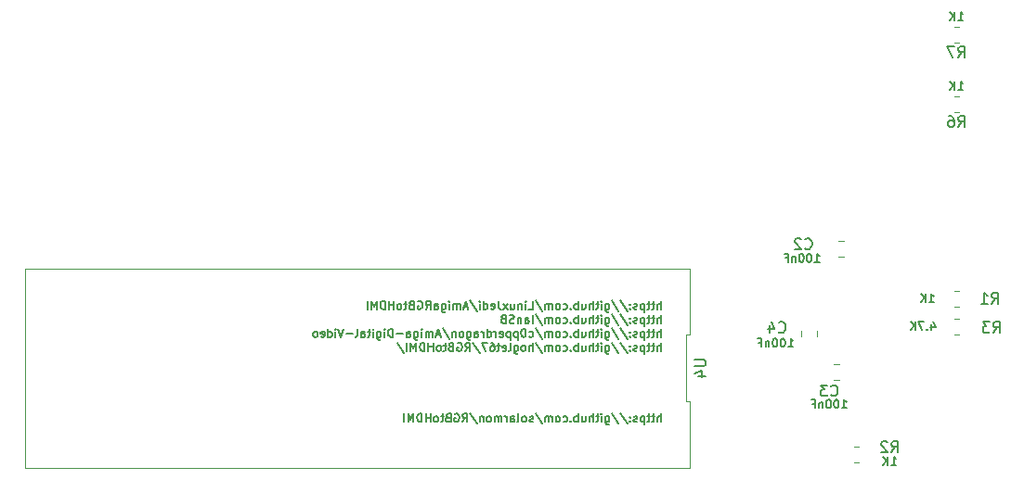
<source format=gbr>
%TF.GenerationSoftware,KiCad,Pcbnew,(5.1.9)-1*%
%TF.CreationDate,2021-05-22T07:09:12+01:00*%
%TF.ProjectId,RGBtoHDMI Amiga Denise DIP CPLD,52474274-6f48-4444-9d49-20416d696761,rev?*%
%TF.SameCoordinates,Original*%
%TF.FileFunction,Legend,Bot*%
%TF.FilePolarity,Positive*%
%FSLAX46Y46*%
G04 Gerber Fmt 4.6, Leading zero omitted, Abs format (unit mm)*
G04 Created by KiCad (PCBNEW (5.1.9)-1) date 2021-05-22 07:09:12*
%MOMM*%
%LPD*%
G01*
G04 APERTURE LIST*
%ADD10C,0.150000*%
%ADD11C,0.120000*%
G04 APERTURE END LIST*
D10*
X137772928Y-103971285D02*
X137772928Y-103221285D01*
X137451500Y-103971285D02*
X137451500Y-103578428D01*
X137487214Y-103507000D01*
X137558642Y-103471285D01*
X137665785Y-103471285D01*
X137737214Y-103507000D01*
X137772928Y-103542714D01*
X137201500Y-103471285D02*
X136915785Y-103471285D01*
X137094357Y-103221285D02*
X137094357Y-103864142D01*
X137058642Y-103935571D01*
X136987214Y-103971285D01*
X136915785Y-103971285D01*
X136772928Y-103471285D02*
X136487214Y-103471285D01*
X136665785Y-103221285D02*
X136665785Y-103864142D01*
X136630071Y-103935571D01*
X136558642Y-103971285D01*
X136487214Y-103971285D01*
X136237214Y-103471285D02*
X136237214Y-104221285D01*
X136237214Y-103507000D02*
X136165785Y-103471285D01*
X136022928Y-103471285D01*
X135951500Y-103507000D01*
X135915785Y-103542714D01*
X135880071Y-103614142D01*
X135880071Y-103828428D01*
X135915785Y-103899857D01*
X135951500Y-103935571D01*
X136022928Y-103971285D01*
X136165785Y-103971285D01*
X136237214Y-103935571D01*
X135594357Y-103935571D02*
X135522928Y-103971285D01*
X135380071Y-103971285D01*
X135308642Y-103935571D01*
X135272928Y-103864142D01*
X135272928Y-103828428D01*
X135308642Y-103757000D01*
X135380071Y-103721285D01*
X135487214Y-103721285D01*
X135558642Y-103685571D01*
X135594357Y-103614142D01*
X135594357Y-103578428D01*
X135558642Y-103507000D01*
X135487214Y-103471285D01*
X135380071Y-103471285D01*
X135308642Y-103507000D01*
X134951500Y-103899857D02*
X134915785Y-103935571D01*
X134951500Y-103971285D01*
X134987214Y-103935571D01*
X134951500Y-103899857D01*
X134951500Y-103971285D01*
X134951500Y-103507000D02*
X134915785Y-103542714D01*
X134951500Y-103578428D01*
X134987214Y-103542714D01*
X134951500Y-103507000D01*
X134951500Y-103578428D01*
X134058642Y-103185571D02*
X134701500Y-104149857D01*
X133272928Y-103185571D02*
X133915785Y-104149857D01*
X132701500Y-103471285D02*
X132701500Y-104078428D01*
X132737214Y-104149857D01*
X132772928Y-104185571D01*
X132844357Y-104221285D01*
X132951500Y-104221285D01*
X133022928Y-104185571D01*
X132701500Y-103935571D02*
X132772928Y-103971285D01*
X132915785Y-103971285D01*
X132987214Y-103935571D01*
X133022928Y-103899857D01*
X133058642Y-103828428D01*
X133058642Y-103614142D01*
X133022928Y-103542714D01*
X132987214Y-103507000D01*
X132915785Y-103471285D01*
X132772928Y-103471285D01*
X132701500Y-103507000D01*
X132344357Y-103971285D02*
X132344357Y-103471285D01*
X132344357Y-103221285D02*
X132380071Y-103257000D01*
X132344357Y-103292714D01*
X132308642Y-103257000D01*
X132344357Y-103221285D01*
X132344357Y-103292714D01*
X132094357Y-103471285D02*
X131808642Y-103471285D01*
X131987214Y-103221285D02*
X131987214Y-103864142D01*
X131951500Y-103935571D01*
X131880071Y-103971285D01*
X131808642Y-103971285D01*
X131558642Y-103971285D02*
X131558642Y-103221285D01*
X131237214Y-103971285D02*
X131237214Y-103578428D01*
X131272928Y-103507000D01*
X131344357Y-103471285D01*
X131451500Y-103471285D01*
X131522928Y-103507000D01*
X131558642Y-103542714D01*
X130558642Y-103471285D02*
X130558642Y-103971285D01*
X130880071Y-103471285D02*
X130880071Y-103864142D01*
X130844357Y-103935571D01*
X130772928Y-103971285D01*
X130665785Y-103971285D01*
X130594357Y-103935571D01*
X130558642Y-103899857D01*
X130201500Y-103971285D02*
X130201500Y-103221285D01*
X130201500Y-103507000D02*
X130130071Y-103471285D01*
X129987214Y-103471285D01*
X129915785Y-103507000D01*
X129880071Y-103542714D01*
X129844357Y-103614142D01*
X129844357Y-103828428D01*
X129880071Y-103899857D01*
X129915785Y-103935571D01*
X129987214Y-103971285D01*
X130130071Y-103971285D01*
X130201500Y-103935571D01*
X129522928Y-103899857D02*
X129487214Y-103935571D01*
X129522928Y-103971285D01*
X129558642Y-103935571D01*
X129522928Y-103899857D01*
X129522928Y-103971285D01*
X128844357Y-103935571D02*
X128915785Y-103971285D01*
X129058642Y-103971285D01*
X129130071Y-103935571D01*
X129165785Y-103899857D01*
X129201500Y-103828428D01*
X129201500Y-103614142D01*
X129165785Y-103542714D01*
X129130071Y-103507000D01*
X129058642Y-103471285D01*
X128915785Y-103471285D01*
X128844357Y-103507000D01*
X128415785Y-103971285D02*
X128487214Y-103935571D01*
X128522928Y-103899857D01*
X128558642Y-103828428D01*
X128558642Y-103614142D01*
X128522928Y-103542714D01*
X128487214Y-103507000D01*
X128415785Y-103471285D01*
X128308642Y-103471285D01*
X128237214Y-103507000D01*
X128201500Y-103542714D01*
X128165785Y-103614142D01*
X128165785Y-103828428D01*
X128201500Y-103899857D01*
X128237214Y-103935571D01*
X128308642Y-103971285D01*
X128415785Y-103971285D01*
X127844357Y-103971285D02*
X127844357Y-103471285D01*
X127844357Y-103542714D02*
X127808642Y-103507000D01*
X127737214Y-103471285D01*
X127630071Y-103471285D01*
X127558642Y-103507000D01*
X127522928Y-103578428D01*
X127522928Y-103971285D01*
X127522928Y-103578428D02*
X127487214Y-103507000D01*
X127415785Y-103471285D01*
X127308642Y-103471285D01*
X127237214Y-103507000D01*
X127201500Y-103578428D01*
X127201500Y-103971285D01*
X126308642Y-103185571D02*
X126951500Y-104149857D01*
X126094357Y-103935571D02*
X126022928Y-103971285D01*
X125880071Y-103971285D01*
X125808642Y-103935571D01*
X125772928Y-103864142D01*
X125772928Y-103828428D01*
X125808642Y-103757000D01*
X125880071Y-103721285D01*
X125987214Y-103721285D01*
X126058642Y-103685571D01*
X126094357Y-103614142D01*
X126094357Y-103578428D01*
X126058642Y-103507000D01*
X125987214Y-103471285D01*
X125880071Y-103471285D01*
X125808642Y-103507000D01*
X125344357Y-103971285D02*
X125415785Y-103935571D01*
X125451500Y-103899857D01*
X125487214Y-103828428D01*
X125487214Y-103614142D01*
X125451500Y-103542714D01*
X125415785Y-103507000D01*
X125344357Y-103471285D01*
X125237214Y-103471285D01*
X125165785Y-103507000D01*
X125130071Y-103542714D01*
X125094357Y-103614142D01*
X125094357Y-103828428D01*
X125130071Y-103899857D01*
X125165785Y-103935571D01*
X125237214Y-103971285D01*
X125344357Y-103971285D01*
X124665785Y-103971285D02*
X124737214Y-103935571D01*
X124772928Y-103864142D01*
X124772928Y-103221285D01*
X124058642Y-103971285D02*
X124058642Y-103578428D01*
X124094357Y-103507000D01*
X124165785Y-103471285D01*
X124308642Y-103471285D01*
X124380071Y-103507000D01*
X124058642Y-103935571D02*
X124130071Y-103971285D01*
X124308642Y-103971285D01*
X124380071Y-103935571D01*
X124415785Y-103864142D01*
X124415785Y-103792714D01*
X124380071Y-103721285D01*
X124308642Y-103685571D01*
X124130071Y-103685571D01*
X124058642Y-103649857D01*
X123701499Y-103971285D02*
X123701499Y-103471285D01*
X123701499Y-103614142D02*
X123665785Y-103542714D01*
X123630071Y-103507000D01*
X123558642Y-103471285D01*
X123487214Y-103471285D01*
X123237214Y-103971285D02*
X123237214Y-103471285D01*
X123237214Y-103542714D02*
X123201499Y-103507000D01*
X123130071Y-103471285D01*
X123022928Y-103471285D01*
X122951499Y-103507000D01*
X122915785Y-103578428D01*
X122915785Y-103971285D01*
X122915785Y-103578428D02*
X122880071Y-103507000D01*
X122808642Y-103471285D01*
X122701499Y-103471285D01*
X122630071Y-103507000D01*
X122594357Y-103578428D01*
X122594357Y-103971285D01*
X122130071Y-103971285D02*
X122201499Y-103935571D01*
X122237214Y-103899857D01*
X122272928Y-103828428D01*
X122272928Y-103614142D01*
X122237214Y-103542714D01*
X122201499Y-103507000D01*
X122130071Y-103471285D01*
X122022928Y-103471285D01*
X121951499Y-103507000D01*
X121915785Y-103542714D01*
X121880071Y-103614142D01*
X121880071Y-103828428D01*
X121915785Y-103899857D01*
X121951499Y-103935571D01*
X122022928Y-103971285D01*
X122130071Y-103971285D01*
X121558642Y-103471285D02*
X121558642Y-103971285D01*
X121558642Y-103542714D02*
X121522928Y-103507000D01*
X121451499Y-103471285D01*
X121344357Y-103471285D01*
X121272928Y-103507000D01*
X121237214Y-103578428D01*
X121237214Y-103971285D01*
X120344357Y-103185571D02*
X120987214Y-104149857D01*
X119665785Y-103971285D02*
X119915785Y-103614142D01*
X120094357Y-103971285D02*
X120094357Y-103221285D01*
X119808642Y-103221285D01*
X119737214Y-103257000D01*
X119701500Y-103292714D01*
X119665785Y-103364142D01*
X119665785Y-103471285D01*
X119701500Y-103542714D01*
X119737214Y-103578428D01*
X119808642Y-103614142D01*
X120094357Y-103614142D01*
X118951500Y-103257000D02*
X119022928Y-103221285D01*
X119130071Y-103221285D01*
X119237214Y-103257000D01*
X119308642Y-103328428D01*
X119344357Y-103399857D01*
X119380071Y-103542714D01*
X119380071Y-103649857D01*
X119344357Y-103792714D01*
X119308642Y-103864142D01*
X119237214Y-103935571D01*
X119130071Y-103971285D01*
X119058642Y-103971285D01*
X118951500Y-103935571D01*
X118915785Y-103899857D01*
X118915785Y-103649857D01*
X119058642Y-103649857D01*
X118344357Y-103578428D02*
X118237214Y-103614142D01*
X118201499Y-103649857D01*
X118165785Y-103721285D01*
X118165785Y-103828428D01*
X118201499Y-103899857D01*
X118237214Y-103935571D01*
X118308642Y-103971285D01*
X118594357Y-103971285D01*
X118594357Y-103221285D01*
X118344357Y-103221285D01*
X118272928Y-103257000D01*
X118237214Y-103292714D01*
X118201499Y-103364142D01*
X118201499Y-103435571D01*
X118237214Y-103507000D01*
X118272928Y-103542714D01*
X118344357Y-103578428D01*
X118594357Y-103578428D01*
X117951499Y-103471285D02*
X117665785Y-103471285D01*
X117844357Y-103221285D02*
X117844357Y-103864142D01*
X117808642Y-103935571D01*
X117737214Y-103971285D01*
X117665785Y-103971285D01*
X117308642Y-103971285D02*
X117380071Y-103935571D01*
X117415785Y-103899857D01*
X117451499Y-103828428D01*
X117451499Y-103614142D01*
X117415785Y-103542714D01*
X117380071Y-103507000D01*
X117308642Y-103471285D01*
X117201499Y-103471285D01*
X117130071Y-103507000D01*
X117094357Y-103542714D01*
X117058642Y-103614142D01*
X117058642Y-103828428D01*
X117094357Y-103899857D01*
X117130071Y-103935571D01*
X117201499Y-103971285D01*
X117308642Y-103971285D01*
X116737214Y-103971285D02*
X116737214Y-103221285D01*
X116737214Y-103578428D02*
X116308642Y-103578428D01*
X116308642Y-103971285D02*
X116308642Y-103221285D01*
X115951499Y-103971285D02*
X115951499Y-103221285D01*
X115772928Y-103221285D01*
X115665785Y-103257000D01*
X115594357Y-103328428D01*
X115558642Y-103399857D01*
X115522928Y-103542714D01*
X115522928Y-103649857D01*
X115558642Y-103792714D01*
X115594357Y-103864142D01*
X115665785Y-103935571D01*
X115772928Y-103971285D01*
X115951499Y-103971285D01*
X115201499Y-103971285D02*
X115201499Y-103221285D01*
X114951499Y-103757000D01*
X114701499Y-103221285D01*
X114701499Y-103971285D01*
X114344357Y-103971285D02*
X114344357Y-103221285D01*
X137772928Y-93676785D02*
X137772928Y-92926785D01*
X137451500Y-93676785D02*
X137451500Y-93283928D01*
X137487214Y-93212500D01*
X137558642Y-93176785D01*
X137665785Y-93176785D01*
X137737214Y-93212500D01*
X137772928Y-93248214D01*
X137201500Y-93176785D02*
X136915785Y-93176785D01*
X137094357Y-92926785D02*
X137094357Y-93569642D01*
X137058642Y-93641071D01*
X136987214Y-93676785D01*
X136915785Y-93676785D01*
X136772928Y-93176785D02*
X136487214Y-93176785D01*
X136665785Y-92926785D02*
X136665785Y-93569642D01*
X136630071Y-93641071D01*
X136558642Y-93676785D01*
X136487214Y-93676785D01*
X136237214Y-93176785D02*
X136237214Y-93926785D01*
X136237214Y-93212500D02*
X136165785Y-93176785D01*
X136022928Y-93176785D01*
X135951500Y-93212500D01*
X135915785Y-93248214D01*
X135880071Y-93319642D01*
X135880071Y-93533928D01*
X135915785Y-93605357D01*
X135951500Y-93641071D01*
X136022928Y-93676785D01*
X136165785Y-93676785D01*
X136237214Y-93641071D01*
X135594357Y-93641071D02*
X135522928Y-93676785D01*
X135380071Y-93676785D01*
X135308642Y-93641071D01*
X135272928Y-93569642D01*
X135272928Y-93533928D01*
X135308642Y-93462500D01*
X135380071Y-93426785D01*
X135487214Y-93426785D01*
X135558642Y-93391071D01*
X135594357Y-93319642D01*
X135594357Y-93283928D01*
X135558642Y-93212500D01*
X135487214Y-93176785D01*
X135380071Y-93176785D01*
X135308642Y-93212500D01*
X134951500Y-93605357D02*
X134915785Y-93641071D01*
X134951500Y-93676785D01*
X134987214Y-93641071D01*
X134951500Y-93605357D01*
X134951500Y-93676785D01*
X134951500Y-93212500D02*
X134915785Y-93248214D01*
X134951500Y-93283928D01*
X134987214Y-93248214D01*
X134951500Y-93212500D01*
X134951500Y-93283928D01*
X134058642Y-92891071D02*
X134701500Y-93855357D01*
X133272928Y-92891071D02*
X133915785Y-93855357D01*
X132701500Y-93176785D02*
X132701500Y-93783928D01*
X132737214Y-93855357D01*
X132772928Y-93891071D01*
X132844357Y-93926785D01*
X132951500Y-93926785D01*
X133022928Y-93891071D01*
X132701500Y-93641071D02*
X132772928Y-93676785D01*
X132915785Y-93676785D01*
X132987214Y-93641071D01*
X133022928Y-93605357D01*
X133058642Y-93533928D01*
X133058642Y-93319642D01*
X133022928Y-93248214D01*
X132987214Y-93212500D01*
X132915785Y-93176785D01*
X132772928Y-93176785D01*
X132701500Y-93212500D01*
X132344357Y-93676785D02*
X132344357Y-93176785D01*
X132344357Y-92926785D02*
X132380071Y-92962500D01*
X132344357Y-92998214D01*
X132308642Y-92962500D01*
X132344357Y-92926785D01*
X132344357Y-92998214D01*
X132094357Y-93176785D02*
X131808642Y-93176785D01*
X131987214Y-92926785D02*
X131987214Y-93569642D01*
X131951500Y-93641071D01*
X131880071Y-93676785D01*
X131808642Y-93676785D01*
X131558642Y-93676785D02*
X131558642Y-92926785D01*
X131237214Y-93676785D02*
X131237214Y-93283928D01*
X131272928Y-93212500D01*
X131344357Y-93176785D01*
X131451500Y-93176785D01*
X131522928Y-93212500D01*
X131558642Y-93248214D01*
X130558642Y-93176785D02*
X130558642Y-93676785D01*
X130880071Y-93176785D02*
X130880071Y-93569642D01*
X130844357Y-93641071D01*
X130772928Y-93676785D01*
X130665785Y-93676785D01*
X130594357Y-93641071D01*
X130558642Y-93605357D01*
X130201500Y-93676785D02*
X130201500Y-92926785D01*
X130201500Y-93212500D02*
X130130071Y-93176785D01*
X129987214Y-93176785D01*
X129915785Y-93212500D01*
X129880071Y-93248214D01*
X129844357Y-93319642D01*
X129844357Y-93533928D01*
X129880071Y-93605357D01*
X129915785Y-93641071D01*
X129987214Y-93676785D01*
X130130071Y-93676785D01*
X130201500Y-93641071D01*
X129522928Y-93605357D02*
X129487214Y-93641071D01*
X129522928Y-93676785D01*
X129558642Y-93641071D01*
X129522928Y-93605357D01*
X129522928Y-93676785D01*
X128844357Y-93641071D02*
X128915785Y-93676785D01*
X129058642Y-93676785D01*
X129130071Y-93641071D01*
X129165785Y-93605357D01*
X129201500Y-93533928D01*
X129201500Y-93319642D01*
X129165785Y-93248214D01*
X129130071Y-93212500D01*
X129058642Y-93176785D01*
X128915785Y-93176785D01*
X128844357Y-93212500D01*
X128415785Y-93676785D02*
X128487214Y-93641071D01*
X128522928Y-93605357D01*
X128558642Y-93533928D01*
X128558642Y-93319642D01*
X128522928Y-93248214D01*
X128487214Y-93212500D01*
X128415785Y-93176785D01*
X128308642Y-93176785D01*
X128237214Y-93212500D01*
X128201500Y-93248214D01*
X128165785Y-93319642D01*
X128165785Y-93533928D01*
X128201500Y-93605357D01*
X128237214Y-93641071D01*
X128308642Y-93676785D01*
X128415785Y-93676785D01*
X127844357Y-93676785D02*
X127844357Y-93176785D01*
X127844357Y-93248214D02*
X127808642Y-93212500D01*
X127737214Y-93176785D01*
X127630071Y-93176785D01*
X127558642Y-93212500D01*
X127522928Y-93283928D01*
X127522928Y-93676785D01*
X127522928Y-93283928D02*
X127487214Y-93212500D01*
X127415785Y-93176785D01*
X127308642Y-93176785D01*
X127237214Y-93212500D01*
X127201500Y-93283928D01*
X127201500Y-93676785D01*
X126308642Y-92891071D02*
X126951500Y-93855357D01*
X125701500Y-93676785D02*
X126058642Y-93676785D01*
X126058642Y-92926785D01*
X125451500Y-93676785D02*
X125451500Y-93176785D01*
X125451500Y-92926785D02*
X125487214Y-92962500D01*
X125451500Y-92998214D01*
X125415785Y-92962500D01*
X125451500Y-92926785D01*
X125451500Y-92998214D01*
X125094357Y-93176785D02*
X125094357Y-93676785D01*
X125094357Y-93248214D02*
X125058642Y-93212500D01*
X124987214Y-93176785D01*
X124880071Y-93176785D01*
X124808642Y-93212500D01*
X124772928Y-93283928D01*
X124772928Y-93676785D01*
X124094357Y-93176785D02*
X124094357Y-93676785D01*
X124415785Y-93176785D02*
X124415785Y-93569642D01*
X124380071Y-93641071D01*
X124308642Y-93676785D01*
X124201500Y-93676785D01*
X124130071Y-93641071D01*
X124094357Y-93605357D01*
X123808642Y-93676785D02*
X123415785Y-93176785D01*
X123808642Y-93176785D02*
X123415785Y-93676785D01*
X122915785Y-92926785D02*
X122915785Y-93462500D01*
X122951500Y-93569642D01*
X123022928Y-93641071D01*
X123130071Y-93676785D01*
X123201500Y-93676785D01*
X122272928Y-93641071D02*
X122344357Y-93676785D01*
X122487214Y-93676785D01*
X122558642Y-93641071D01*
X122594357Y-93569642D01*
X122594357Y-93283928D01*
X122558642Y-93212500D01*
X122487214Y-93176785D01*
X122344357Y-93176785D01*
X122272928Y-93212500D01*
X122237214Y-93283928D01*
X122237214Y-93355357D01*
X122594357Y-93426785D01*
X121594357Y-93676785D02*
X121594357Y-92926785D01*
X121594357Y-93641071D02*
X121665785Y-93676785D01*
X121808642Y-93676785D01*
X121880071Y-93641071D01*
X121915785Y-93605357D01*
X121951500Y-93533928D01*
X121951500Y-93319642D01*
X121915785Y-93248214D01*
X121880071Y-93212500D01*
X121808642Y-93176785D01*
X121665785Y-93176785D01*
X121594357Y-93212500D01*
X121237214Y-93676785D02*
X121237214Y-93176785D01*
X121237214Y-92926785D02*
X121272928Y-92962500D01*
X121237214Y-92998214D01*
X121201500Y-92962500D01*
X121237214Y-92926785D01*
X121237214Y-92998214D01*
X120344357Y-92891071D02*
X120987214Y-93855357D01*
X120130071Y-93462500D02*
X119772928Y-93462500D01*
X120201500Y-93676785D02*
X119951500Y-92926785D01*
X119701500Y-93676785D01*
X119451500Y-93676785D02*
X119451500Y-93176785D01*
X119451500Y-93248214D02*
X119415785Y-93212500D01*
X119344357Y-93176785D01*
X119237214Y-93176785D01*
X119165785Y-93212500D01*
X119130071Y-93283928D01*
X119130071Y-93676785D01*
X119130071Y-93283928D02*
X119094357Y-93212500D01*
X119022928Y-93176785D01*
X118915785Y-93176785D01*
X118844357Y-93212500D01*
X118808642Y-93283928D01*
X118808642Y-93676785D01*
X118451500Y-93676785D02*
X118451500Y-93176785D01*
X118451500Y-92926785D02*
X118487214Y-92962500D01*
X118451500Y-92998214D01*
X118415785Y-92962500D01*
X118451500Y-92926785D01*
X118451500Y-92998214D01*
X117772928Y-93176785D02*
X117772928Y-93783928D01*
X117808642Y-93855357D01*
X117844357Y-93891071D01*
X117915785Y-93926785D01*
X118022928Y-93926785D01*
X118094357Y-93891071D01*
X117772928Y-93641071D02*
X117844357Y-93676785D01*
X117987214Y-93676785D01*
X118058642Y-93641071D01*
X118094357Y-93605357D01*
X118130071Y-93533928D01*
X118130071Y-93319642D01*
X118094357Y-93248214D01*
X118058642Y-93212500D01*
X117987214Y-93176785D01*
X117844357Y-93176785D01*
X117772928Y-93212500D01*
X117094357Y-93676785D02*
X117094357Y-93283928D01*
X117130071Y-93212500D01*
X117201500Y-93176785D01*
X117344357Y-93176785D01*
X117415785Y-93212500D01*
X117094357Y-93641071D02*
X117165785Y-93676785D01*
X117344357Y-93676785D01*
X117415785Y-93641071D01*
X117451500Y-93569642D01*
X117451500Y-93498214D01*
X117415785Y-93426785D01*
X117344357Y-93391071D01*
X117165785Y-93391071D01*
X117094357Y-93355357D01*
X116308642Y-93676785D02*
X116558642Y-93319642D01*
X116737214Y-93676785D02*
X116737214Y-92926785D01*
X116451500Y-92926785D01*
X116380071Y-92962500D01*
X116344357Y-92998214D01*
X116308642Y-93069642D01*
X116308642Y-93176785D01*
X116344357Y-93248214D01*
X116380071Y-93283928D01*
X116451500Y-93319642D01*
X116737214Y-93319642D01*
X115594357Y-92962500D02*
X115665785Y-92926785D01*
X115772928Y-92926785D01*
X115880071Y-92962500D01*
X115951500Y-93033928D01*
X115987214Y-93105357D01*
X116022928Y-93248214D01*
X116022928Y-93355357D01*
X115987214Y-93498214D01*
X115951500Y-93569642D01*
X115880071Y-93641071D01*
X115772928Y-93676785D01*
X115701500Y-93676785D01*
X115594357Y-93641071D01*
X115558642Y-93605357D01*
X115558642Y-93355357D01*
X115701500Y-93355357D01*
X114987214Y-93283928D02*
X114880071Y-93319642D01*
X114844357Y-93355357D01*
X114808642Y-93426785D01*
X114808642Y-93533928D01*
X114844357Y-93605357D01*
X114880071Y-93641071D01*
X114951500Y-93676785D01*
X115237214Y-93676785D01*
X115237214Y-92926785D01*
X114987214Y-92926785D01*
X114915785Y-92962500D01*
X114880071Y-92998214D01*
X114844357Y-93069642D01*
X114844357Y-93141071D01*
X114880071Y-93212500D01*
X114915785Y-93248214D01*
X114987214Y-93283928D01*
X115237214Y-93283928D01*
X114594357Y-93176785D02*
X114308642Y-93176785D01*
X114487214Y-92926785D02*
X114487214Y-93569642D01*
X114451500Y-93641071D01*
X114380071Y-93676785D01*
X114308642Y-93676785D01*
X113951500Y-93676785D02*
X114022928Y-93641071D01*
X114058642Y-93605357D01*
X114094357Y-93533928D01*
X114094357Y-93319642D01*
X114058642Y-93248214D01*
X114022928Y-93212500D01*
X113951500Y-93176785D01*
X113844357Y-93176785D01*
X113772928Y-93212500D01*
X113737214Y-93248214D01*
X113701500Y-93319642D01*
X113701500Y-93533928D01*
X113737214Y-93605357D01*
X113772928Y-93641071D01*
X113844357Y-93676785D01*
X113951500Y-93676785D01*
X113380071Y-93676785D02*
X113380071Y-92926785D01*
X113380071Y-93283928D02*
X112951500Y-93283928D01*
X112951500Y-93676785D02*
X112951500Y-92926785D01*
X112594357Y-93676785D02*
X112594357Y-92926785D01*
X112415785Y-92926785D01*
X112308642Y-92962500D01*
X112237214Y-93033928D01*
X112201500Y-93105357D01*
X112165785Y-93248214D01*
X112165785Y-93355357D01*
X112201500Y-93498214D01*
X112237214Y-93569642D01*
X112308642Y-93641071D01*
X112415785Y-93676785D01*
X112594357Y-93676785D01*
X111844357Y-93676785D02*
X111844357Y-92926785D01*
X111594357Y-93462500D01*
X111344357Y-92926785D01*
X111344357Y-93676785D01*
X110987214Y-93676785D02*
X110987214Y-92926785D01*
X137772928Y-94951785D02*
X137772928Y-94201785D01*
X137451500Y-94951785D02*
X137451500Y-94558928D01*
X137487214Y-94487500D01*
X137558642Y-94451785D01*
X137665785Y-94451785D01*
X137737214Y-94487500D01*
X137772928Y-94523214D01*
X137201500Y-94451785D02*
X136915785Y-94451785D01*
X137094357Y-94201785D02*
X137094357Y-94844642D01*
X137058642Y-94916071D01*
X136987214Y-94951785D01*
X136915785Y-94951785D01*
X136772928Y-94451785D02*
X136487214Y-94451785D01*
X136665785Y-94201785D02*
X136665785Y-94844642D01*
X136630071Y-94916071D01*
X136558642Y-94951785D01*
X136487214Y-94951785D01*
X136237214Y-94451785D02*
X136237214Y-95201785D01*
X136237214Y-94487500D02*
X136165785Y-94451785D01*
X136022928Y-94451785D01*
X135951500Y-94487500D01*
X135915785Y-94523214D01*
X135880071Y-94594642D01*
X135880071Y-94808928D01*
X135915785Y-94880357D01*
X135951500Y-94916071D01*
X136022928Y-94951785D01*
X136165785Y-94951785D01*
X136237214Y-94916071D01*
X135594357Y-94916071D02*
X135522928Y-94951785D01*
X135380071Y-94951785D01*
X135308642Y-94916071D01*
X135272928Y-94844642D01*
X135272928Y-94808928D01*
X135308642Y-94737500D01*
X135380071Y-94701785D01*
X135487214Y-94701785D01*
X135558642Y-94666071D01*
X135594357Y-94594642D01*
X135594357Y-94558928D01*
X135558642Y-94487500D01*
X135487214Y-94451785D01*
X135380071Y-94451785D01*
X135308642Y-94487500D01*
X134951500Y-94880357D02*
X134915785Y-94916071D01*
X134951500Y-94951785D01*
X134987214Y-94916071D01*
X134951500Y-94880357D01*
X134951500Y-94951785D01*
X134951500Y-94487500D02*
X134915785Y-94523214D01*
X134951500Y-94558928D01*
X134987214Y-94523214D01*
X134951500Y-94487500D01*
X134951500Y-94558928D01*
X134058642Y-94166071D02*
X134701500Y-95130357D01*
X133272928Y-94166071D02*
X133915785Y-95130357D01*
X132701500Y-94451785D02*
X132701500Y-95058928D01*
X132737214Y-95130357D01*
X132772928Y-95166071D01*
X132844357Y-95201785D01*
X132951500Y-95201785D01*
X133022928Y-95166071D01*
X132701500Y-94916071D02*
X132772928Y-94951785D01*
X132915785Y-94951785D01*
X132987214Y-94916071D01*
X133022928Y-94880357D01*
X133058642Y-94808928D01*
X133058642Y-94594642D01*
X133022928Y-94523214D01*
X132987214Y-94487500D01*
X132915785Y-94451785D01*
X132772928Y-94451785D01*
X132701500Y-94487500D01*
X132344357Y-94951785D02*
X132344357Y-94451785D01*
X132344357Y-94201785D02*
X132380071Y-94237500D01*
X132344357Y-94273214D01*
X132308642Y-94237500D01*
X132344357Y-94201785D01*
X132344357Y-94273214D01*
X132094357Y-94451785D02*
X131808642Y-94451785D01*
X131987214Y-94201785D02*
X131987214Y-94844642D01*
X131951500Y-94916071D01*
X131880071Y-94951785D01*
X131808642Y-94951785D01*
X131558642Y-94951785D02*
X131558642Y-94201785D01*
X131237214Y-94951785D02*
X131237214Y-94558928D01*
X131272928Y-94487500D01*
X131344357Y-94451785D01*
X131451500Y-94451785D01*
X131522928Y-94487500D01*
X131558642Y-94523214D01*
X130558642Y-94451785D02*
X130558642Y-94951785D01*
X130880071Y-94451785D02*
X130880071Y-94844642D01*
X130844357Y-94916071D01*
X130772928Y-94951785D01*
X130665785Y-94951785D01*
X130594357Y-94916071D01*
X130558642Y-94880357D01*
X130201500Y-94951785D02*
X130201500Y-94201785D01*
X130201500Y-94487500D02*
X130130071Y-94451785D01*
X129987214Y-94451785D01*
X129915785Y-94487500D01*
X129880071Y-94523214D01*
X129844357Y-94594642D01*
X129844357Y-94808928D01*
X129880071Y-94880357D01*
X129915785Y-94916071D01*
X129987214Y-94951785D01*
X130130071Y-94951785D01*
X130201500Y-94916071D01*
X129522928Y-94880357D02*
X129487214Y-94916071D01*
X129522928Y-94951785D01*
X129558642Y-94916071D01*
X129522928Y-94880357D01*
X129522928Y-94951785D01*
X128844357Y-94916071D02*
X128915785Y-94951785D01*
X129058642Y-94951785D01*
X129130071Y-94916071D01*
X129165785Y-94880357D01*
X129201500Y-94808928D01*
X129201500Y-94594642D01*
X129165785Y-94523214D01*
X129130071Y-94487500D01*
X129058642Y-94451785D01*
X128915785Y-94451785D01*
X128844357Y-94487500D01*
X128415785Y-94951785D02*
X128487214Y-94916071D01*
X128522928Y-94880357D01*
X128558642Y-94808928D01*
X128558642Y-94594642D01*
X128522928Y-94523214D01*
X128487214Y-94487500D01*
X128415785Y-94451785D01*
X128308642Y-94451785D01*
X128237214Y-94487500D01*
X128201500Y-94523214D01*
X128165785Y-94594642D01*
X128165785Y-94808928D01*
X128201500Y-94880357D01*
X128237214Y-94916071D01*
X128308642Y-94951785D01*
X128415785Y-94951785D01*
X127844357Y-94951785D02*
X127844357Y-94451785D01*
X127844357Y-94523214D02*
X127808642Y-94487500D01*
X127737214Y-94451785D01*
X127630071Y-94451785D01*
X127558642Y-94487500D01*
X127522928Y-94558928D01*
X127522928Y-94951785D01*
X127522928Y-94558928D02*
X127487214Y-94487500D01*
X127415785Y-94451785D01*
X127308642Y-94451785D01*
X127237214Y-94487500D01*
X127201500Y-94558928D01*
X127201500Y-94951785D01*
X126308642Y-94166071D02*
X126951500Y-95130357D01*
X126058642Y-94951785D02*
X126058642Y-94201785D01*
X125380071Y-94951785D02*
X125380071Y-94558928D01*
X125415785Y-94487500D01*
X125487214Y-94451785D01*
X125630071Y-94451785D01*
X125701500Y-94487500D01*
X125380071Y-94916071D02*
X125451500Y-94951785D01*
X125630071Y-94951785D01*
X125701500Y-94916071D01*
X125737214Y-94844642D01*
X125737214Y-94773214D01*
X125701500Y-94701785D01*
X125630071Y-94666071D01*
X125451500Y-94666071D01*
X125380071Y-94630357D01*
X125022928Y-94451785D02*
X125022928Y-94951785D01*
X125022928Y-94523214D02*
X124987214Y-94487500D01*
X124915785Y-94451785D01*
X124808642Y-94451785D01*
X124737214Y-94487500D01*
X124701500Y-94558928D01*
X124701500Y-94951785D01*
X124380071Y-94916071D02*
X124272928Y-94951785D01*
X124094357Y-94951785D01*
X124022928Y-94916071D01*
X123987214Y-94880357D01*
X123951500Y-94808928D01*
X123951500Y-94737500D01*
X123987214Y-94666071D01*
X124022928Y-94630357D01*
X124094357Y-94594642D01*
X124237214Y-94558928D01*
X124308642Y-94523214D01*
X124344357Y-94487500D01*
X124380071Y-94416071D01*
X124380071Y-94344642D01*
X124344357Y-94273214D01*
X124308642Y-94237500D01*
X124237214Y-94201785D01*
X124058642Y-94201785D01*
X123951500Y-94237500D01*
X123380071Y-94558928D02*
X123272928Y-94594642D01*
X123237214Y-94630357D01*
X123201500Y-94701785D01*
X123201500Y-94808928D01*
X123237214Y-94880357D01*
X123272928Y-94916071D01*
X123344357Y-94951785D01*
X123630071Y-94951785D01*
X123630071Y-94201785D01*
X123380071Y-94201785D01*
X123308642Y-94237500D01*
X123272928Y-94273214D01*
X123237214Y-94344642D01*
X123237214Y-94416071D01*
X123272928Y-94487500D01*
X123308642Y-94523214D01*
X123380071Y-94558928D01*
X123630071Y-94558928D01*
X137772928Y-96226785D02*
X137772928Y-95476785D01*
X137451500Y-96226785D02*
X137451500Y-95833928D01*
X137487214Y-95762500D01*
X137558642Y-95726785D01*
X137665785Y-95726785D01*
X137737214Y-95762500D01*
X137772928Y-95798214D01*
X137201500Y-95726785D02*
X136915785Y-95726785D01*
X137094357Y-95476785D02*
X137094357Y-96119642D01*
X137058642Y-96191071D01*
X136987214Y-96226785D01*
X136915785Y-96226785D01*
X136772928Y-95726785D02*
X136487214Y-95726785D01*
X136665785Y-95476785D02*
X136665785Y-96119642D01*
X136630071Y-96191071D01*
X136558642Y-96226785D01*
X136487214Y-96226785D01*
X136237214Y-95726785D02*
X136237214Y-96476785D01*
X136237214Y-95762500D02*
X136165785Y-95726785D01*
X136022928Y-95726785D01*
X135951500Y-95762500D01*
X135915785Y-95798214D01*
X135880071Y-95869642D01*
X135880071Y-96083928D01*
X135915785Y-96155357D01*
X135951500Y-96191071D01*
X136022928Y-96226785D01*
X136165785Y-96226785D01*
X136237214Y-96191071D01*
X135594357Y-96191071D02*
X135522928Y-96226785D01*
X135380071Y-96226785D01*
X135308642Y-96191071D01*
X135272928Y-96119642D01*
X135272928Y-96083928D01*
X135308642Y-96012500D01*
X135380071Y-95976785D01*
X135487214Y-95976785D01*
X135558642Y-95941071D01*
X135594357Y-95869642D01*
X135594357Y-95833928D01*
X135558642Y-95762500D01*
X135487214Y-95726785D01*
X135380071Y-95726785D01*
X135308642Y-95762500D01*
X134951500Y-96155357D02*
X134915785Y-96191071D01*
X134951500Y-96226785D01*
X134987214Y-96191071D01*
X134951500Y-96155357D01*
X134951500Y-96226785D01*
X134951500Y-95762500D02*
X134915785Y-95798214D01*
X134951500Y-95833928D01*
X134987214Y-95798214D01*
X134951500Y-95762500D01*
X134951500Y-95833928D01*
X134058642Y-95441071D02*
X134701500Y-96405357D01*
X133272928Y-95441071D02*
X133915785Y-96405357D01*
X132701500Y-95726785D02*
X132701500Y-96333928D01*
X132737214Y-96405357D01*
X132772928Y-96441071D01*
X132844357Y-96476785D01*
X132951500Y-96476785D01*
X133022928Y-96441071D01*
X132701500Y-96191071D02*
X132772928Y-96226785D01*
X132915785Y-96226785D01*
X132987214Y-96191071D01*
X133022928Y-96155357D01*
X133058642Y-96083928D01*
X133058642Y-95869642D01*
X133022928Y-95798214D01*
X132987214Y-95762500D01*
X132915785Y-95726785D01*
X132772928Y-95726785D01*
X132701500Y-95762500D01*
X132344357Y-96226785D02*
X132344357Y-95726785D01*
X132344357Y-95476785D02*
X132380071Y-95512500D01*
X132344357Y-95548214D01*
X132308642Y-95512500D01*
X132344357Y-95476785D01*
X132344357Y-95548214D01*
X132094357Y-95726785D02*
X131808642Y-95726785D01*
X131987214Y-95476785D02*
X131987214Y-96119642D01*
X131951500Y-96191071D01*
X131880071Y-96226785D01*
X131808642Y-96226785D01*
X131558642Y-96226785D02*
X131558642Y-95476785D01*
X131237214Y-96226785D02*
X131237214Y-95833928D01*
X131272928Y-95762500D01*
X131344357Y-95726785D01*
X131451500Y-95726785D01*
X131522928Y-95762500D01*
X131558642Y-95798214D01*
X130558642Y-95726785D02*
X130558642Y-96226785D01*
X130880071Y-95726785D02*
X130880071Y-96119642D01*
X130844357Y-96191071D01*
X130772928Y-96226785D01*
X130665785Y-96226785D01*
X130594357Y-96191071D01*
X130558642Y-96155357D01*
X130201500Y-96226785D02*
X130201500Y-95476785D01*
X130201500Y-95762500D02*
X130130071Y-95726785D01*
X129987214Y-95726785D01*
X129915785Y-95762500D01*
X129880071Y-95798214D01*
X129844357Y-95869642D01*
X129844357Y-96083928D01*
X129880071Y-96155357D01*
X129915785Y-96191071D01*
X129987214Y-96226785D01*
X130130071Y-96226785D01*
X130201500Y-96191071D01*
X129522928Y-96155357D02*
X129487214Y-96191071D01*
X129522928Y-96226785D01*
X129558642Y-96191071D01*
X129522928Y-96155357D01*
X129522928Y-96226785D01*
X128844357Y-96191071D02*
X128915785Y-96226785D01*
X129058642Y-96226785D01*
X129130071Y-96191071D01*
X129165785Y-96155357D01*
X129201500Y-96083928D01*
X129201500Y-95869642D01*
X129165785Y-95798214D01*
X129130071Y-95762500D01*
X129058642Y-95726785D01*
X128915785Y-95726785D01*
X128844357Y-95762500D01*
X128415785Y-96226785D02*
X128487214Y-96191071D01*
X128522928Y-96155357D01*
X128558642Y-96083928D01*
X128558642Y-95869642D01*
X128522928Y-95798214D01*
X128487214Y-95762500D01*
X128415785Y-95726785D01*
X128308642Y-95726785D01*
X128237214Y-95762500D01*
X128201500Y-95798214D01*
X128165785Y-95869642D01*
X128165785Y-96083928D01*
X128201500Y-96155357D01*
X128237214Y-96191071D01*
X128308642Y-96226785D01*
X128415785Y-96226785D01*
X127844357Y-96226785D02*
X127844357Y-95726785D01*
X127844357Y-95798214D02*
X127808642Y-95762500D01*
X127737214Y-95726785D01*
X127630071Y-95726785D01*
X127558642Y-95762500D01*
X127522928Y-95833928D01*
X127522928Y-96226785D01*
X127522928Y-95833928D02*
X127487214Y-95762500D01*
X127415785Y-95726785D01*
X127308642Y-95726785D01*
X127237214Y-95762500D01*
X127201500Y-95833928D01*
X127201500Y-96226785D01*
X126308642Y-95441071D02*
X126951500Y-96405357D01*
X125737214Y-96191071D02*
X125808642Y-96226785D01*
X125951499Y-96226785D01*
X126022928Y-96191071D01*
X126058642Y-96155357D01*
X126094357Y-96083928D01*
X126094357Y-95869642D01*
X126058642Y-95798214D01*
X126022928Y-95762500D01*
X125951499Y-95726785D01*
X125808642Y-95726785D01*
X125737214Y-95762500D01*
X125272928Y-95476785D02*
X125201500Y-95476785D01*
X125130071Y-95512500D01*
X125094357Y-95548214D01*
X125058642Y-95619642D01*
X125022928Y-95762500D01*
X125022928Y-95941071D01*
X125058642Y-96083928D01*
X125094357Y-96155357D01*
X125130071Y-96191071D01*
X125201500Y-96226785D01*
X125272928Y-96226785D01*
X125344357Y-96191071D01*
X125380071Y-96155357D01*
X125415785Y-96083928D01*
X125451500Y-95941071D01*
X125451500Y-95762500D01*
X125415785Y-95619642D01*
X125380071Y-95548214D01*
X125344357Y-95512500D01*
X125272928Y-95476785D01*
X124701500Y-95726785D02*
X124701500Y-96476785D01*
X124701500Y-95762500D02*
X124630071Y-95726785D01*
X124487214Y-95726785D01*
X124415785Y-95762500D01*
X124380071Y-95798214D01*
X124344357Y-95869642D01*
X124344357Y-96083928D01*
X124380071Y-96155357D01*
X124415785Y-96191071D01*
X124487214Y-96226785D01*
X124630071Y-96226785D01*
X124701500Y-96191071D01*
X124022928Y-95726785D02*
X124022928Y-96476785D01*
X124022928Y-95762500D02*
X123951500Y-95726785D01*
X123808642Y-95726785D01*
X123737214Y-95762500D01*
X123701500Y-95798214D01*
X123665785Y-95869642D01*
X123665785Y-96083928D01*
X123701500Y-96155357D01*
X123737214Y-96191071D01*
X123808642Y-96226785D01*
X123951500Y-96226785D01*
X124022928Y-96191071D01*
X123058642Y-96191071D02*
X123130071Y-96226785D01*
X123272928Y-96226785D01*
X123344357Y-96191071D01*
X123380071Y-96119642D01*
X123380071Y-95833928D01*
X123344357Y-95762500D01*
X123272928Y-95726785D01*
X123130071Y-95726785D01*
X123058642Y-95762500D01*
X123022928Y-95833928D01*
X123022928Y-95905357D01*
X123380071Y-95976785D01*
X122701500Y-96226785D02*
X122701500Y-95726785D01*
X122701500Y-95869642D02*
X122665785Y-95798214D01*
X122630071Y-95762500D01*
X122558642Y-95726785D01*
X122487214Y-95726785D01*
X121915785Y-96226785D02*
X121915785Y-95476785D01*
X121915785Y-96191071D02*
X121987214Y-96226785D01*
X122130071Y-96226785D01*
X122201500Y-96191071D01*
X122237214Y-96155357D01*
X122272928Y-96083928D01*
X122272928Y-95869642D01*
X122237214Y-95798214D01*
X122201500Y-95762500D01*
X122130071Y-95726785D01*
X121987214Y-95726785D01*
X121915785Y-95762500D01*
X121558642Y-96226785D02*
X121558642Y-95726785D01*
X121558642Y-95869642D02*
X121522928Y-95798214D01*
X121487214Y-95762500D01*
X121415785Y-95726785D01*
X121344357Y-95726785D01*
X120772928Y-96226785D02*
X120772928Y-95833928D01*
X120808642Y-95762500D01*
X120880071Y-95726785D01*
X121022928Y-95726785D01*
X121094357Y-95762500D01*
X120772928Y-96191071D02*
X120844357Y-96226785D01*
X121022928Y-96226785D01*
X121094357Y-96191071D01*
X121130071Y-96119642D01*
X121130071Y-96048214D01*
X121094357Y-95976785D01*
X121022928Y-95941071D01*
X120844357Y-95941071D01*
X120772928Y-95905357D01*
X120094357Y-95726785D02*
X120094357Y-96333928D01*
X120130071Y-96405357D01*
X120165785Y-96441071D01*
X120237214Y-96476785D01*
X120344357Y-96476785D01*
X120415785Y-96441071D01*
X120094357Y-96191071D02*
X120165785Y-96226785D01*
X120308642Y-96226785D01*
X120380071Y-96191071D01*
X120415785Y-96155357D01*
X120451499Y-96083928D01*
X120451499Y-95869642D01*
X120415785Y-95798214D01*
X120380071Y-95762500D01*
X120308642Y-95726785D01*
X120165785Y-95726785D01*
X120094357Y-95762500D01*
X119630071Y-96226785D02*
X119701499Y-96191071D01*
X119737214Y-96155357D01*
X119772928Y-96083928D01*
X119772928Y-95869642D01*
X119737214Y-95798214D01*
X119701499Y-95762500D01*
X119630071Y-95726785D01*
X119522928Y-95726785D01*
X119451499Y-95762500D01*
X119415785Y-95798214D01*
X119380071Y-95869642D01*
X119380071Y-96083928D01*
X119415785Y-96155357D01*
X119451499Y-96191071D01*
X119522928Y-96226785D01*
X119630071Y-96226785D01*
X119058642Y-95726785D02*
X119058642Y-96226785D01*
X119058642Y-95798214D02*
X119022928Y-95762500D01*
X118951499Y-95726785D01*
X118844357Y-95726785D01*
X118772928Y-95762500D01*
X118737214Y-95833928D01*
X118737214Y-96226785D01*
X117844357Y-95441071D02*
X118487214Y-96405357D01*
X117630071Y-96012500D02*
X117272928Y-96012500D01*
X117701499Y-96226785D02*
X117451499Y-95476785D01*
X117201499Y-96226785D01*
X116951499Y-96226785D02*
X116951499Y-95726785D01*
X116951499Y-95798214D02*
X116915785Y-95762500D01*
X116844357Y-95726785D01*
X116737214Y-95726785D01*
X116665785Y-95762500D01*
X116630071Y-95833928D01*
X116630071Y-96226785D01*
X116630071Y-95833928D02*
X116594357Y-95762500D01*
X116522928Y-95726785D01*
X116415785Y-95726785D01*
X116344357Y-95762500D01*
X116308642Y-95833928D01*
X116308642Y-96226785D01*
X115951499Y-96226785D02*
X115951499Y-95726785D01*
X115951499Y-95476785D02*
X115987214Y-95512500D01*
X115951499Y-95548214D01*
X115915785Y-95512500D01*
X115951499Y-95476785D01*
X115951499Y-95548214D01*
X115272928Y-95726785D02*
X115272928Y-96333928D01*
X115308642Y-96405357D01*
X115344357Y-96441071D01*
X115415785Y-96476785D01*
X115522928Y-96476785D01*
X115594357Y-96441071D01*
X115272928Y-96191071D02*
X115344357Y-96226785D01*
X115487214Y-96226785D01*
X115558642Y-96191071D01*
X115594357Y-96155357D01*
X115630071Y-96083928D01*
X115630071Y-95869642D01*
X115594357Y-95798214D01*
X115558642Y-95762500D01*
X115487214Y-95726785D01*
X115344357Y-95726785D01*
X115272928Y-95762500D01*
X114594357Y-96226785D02*
X114594357Y-95833928D01*
X114630071Y-95762500D01*
X114701499Y-95726785D01*
X114844357Y-95726785D01*
X114915785Y-95762500D01*
X114594357Y-96191071D02*
X114665785Y-96226785D01*
X114844357Y-96226785D01*
X114915785Y-96191071D01*
X114951499Y-96119642D01*
X114951499Y-96048214D01*
X114915785Y-95976785D01*
X114844357Y-95941071D01*
X114665785Y-95941071D01*
X114594357Y-95905357D01*
X114237214Y-95941071D02*
X113665785Y-95941071D01*
X113308642Y-96226785D02*
X113308642Y-95476785D01*
X113130071Y-95476785D01*
X113022928Y-95512500D01*
X112951499Y-95583928D01*
X112915785Y-95655357D01*
X112880071Y-95798214D01*
X112880071Y-95905357D01*
X112915785Y-96048214D01*
X112951499Y-96119642D01*
X113022928Y-96191071D01*
X113130071Y-96226785D01*
X113308642Y-96226785D01*
X112558642Y-96226785D02*
X112558642Y-95726785D01*
X112558642Y-95476785D02*
X112594357Y-95512500D01*
X112558642Y-95548214D01*
X112522928Y-95512500D01*
X112558642Y-95476785D01*
X112558642Y-95548214D01*
X111880071Y-95726785D02*
X111880071Y-96333928D01*
X111915785Y-96405357D01*
X111951499Y-96441071D01*
X112022928Y-96476785D01*
X112130071Y-96476785D01*
X112201499Y-96441071D01*
X111880071Y-96191071D02*
X111951499Y-96226785D01*
X112094357Y-96226785D01*
X112165785Y-96191071D01*
X112201499Y-96155357D01*
X112237214Y-96083928D01*
X112237214Y-95869642D01*
X112201499Y-95798214D01*
X112165785Y-95762500D01*
X112094357Y-95726785D01*
X111951499Y-95726785D01*
X111880071Y-95762500D01*
X111522928Y-96226785D02*
X111522928Y-95726785D01*
X111522928Y-95476785D02*
X111558642Y-95512500D01*
X111522928Y-95548214D01*
X111487214Y-95512500D01*
X111522928Y-95476785D01*
X111522928Y-95548214D01*
X111272928Y-95726785D02*
X110987214Y-95726785D01*
X111165785Y-95476785D02*
X111165785Y-96119642D01*
X111130071Y-96191071D01*
X111058642Y-96226785D01*
X110987214Y-96226785D01*
X110415785Y-96226785D02*
X110415785Y-95833928D01*
X110451499Y-95762500D01*
X110522928Y-95726785D01*
X110665785Y-95726785D01*
X110737214Y-95762500D01*
X110415785Y-96191071D02*
X110487214Y-96226785D01*
X110665785Y-96226785D01*
X110737214Y-96191071D01*
X110772928Y-96119642D01*
X110772928Y-96048214D01*
X110737214Y-95976785D01*
X110665785Y-95941071D01*
X110487214Y-95941071D01*
X110415785Y-95905357D01*
X109951499Y-96226785D02*
X110022928Y-96191071D01*
X110058642Y-96119642D01*
X110058642Y-95476785D01*
X109665785Y-95941071D02*
X109094357Y-95941071D01*
X108844357Y-95476785D02*
X108594357Y-96226785D01*
X108344357Y-95476785D01*
X108094357Y-96226785D02*
X108094357Y-95726785D01*
X108094357Y-95476785D02*
X108130071Y-95512500D01*
X108094357Y-95548214D01*
X108058642Y-95512500D01*
X108094357Y-95476785D01*
X108094357Y-95548214D01*
X107415785Y-96226785D02*
X107415785Y-95476785D01*
X107415785Y-96191071D02*
X107487214Y-96226785D01*
X107630071Y-96226785D01*
X107701499Y-96191071D01*
X107737214Y-96155357D01*
X107772928Y-96083928D01*
X107772928Y-95869642D01*
X107737214Y-95798214D01*
X107701499Y-95762500D01*
X107630071Y-95726785D01*
X107487214Y-95726785D01*
X107415785Y-95762500D01*
X106772928Y-96191071D02*
X106844357Y-96226785D01*
X106987214Y-96226785D01*
X107058642Y-96191071D01*
X107094357Y-96119642D01*
X107094357Y-95833928D01*
X107058642Y-95762500D01*
X106987214Y-95726785D01*
X106844357Y-95726785D01*
X106772928Y-95762500D01*
X106737214Y-95833928D01*
X106737214Y-95905357D01*
X107094357Y-95976785D01*
X106308642Y-96226785D02*
X106380071Y-96191071D01*
X106415785Y-96155357D01*
X106451499Y-96083928D01*
X106451499Y-95869642D01*
X106415785Y-95798214D01*
X106380071Y-95762500D01*
X106308642Y-95726785D01*
X106201499Y-95726785D01*
X106130071Y-95762500D01*
X106094357Y-95798214D01*
X106058642Y-95869642D01*
X106058642Y-96083928D01*
X106094357Y-96155357D01*
X106130071Y-96191071D01*
X106201499Y-96226785D01*
X106308642Y-96226785D01*
X137772928Y-97501785D02*
X137772928Y-96751785D01*
X137451500Y-97501785D02*
X137451500Y-97108928D01*
X137487214Y-97037500D01*
X137558642Y-97001785D01*
X137665785Y-97001785D01*
X137737214Y-97037500D01*
X137772928Y-97073214D01*
X137201500Y-97001785D02*
X136915785Y-97001785D01*
X137094357Y-96751785D02*
X137094357Y-97394642D01*
X137058642Y-97466071D01*
X136987214Y-97501785D01*
X136915785Y-97501785D01*
X136772928Y-97001785D02*
X136487214Y-97001785D01*
X136665785Y-96751785D02*
X136665785Y-97394642D01*
X136630071Y-97466071D01*
X136558642Y-97501785D01*
X136487214Y-97501785D01*
X136237214Y-97001785D02*
X136237214Y-97751785D01*
X136237214Y-97037500D02*
X136165785Y-97001785D01*
X136022928Y-97001785D01*
X135951500Y-97037500D01*
X135915785Y-97073214D01*
X135880071Y-97144642D01*
X135880071Y-97358928D01*
X135915785Y-97430357D01*
X135951500Y-97466071D01*
X136022928Y-97501785D01*
X136165785Y-97501785D01*
X136237214Y-97466071D01*
X135594357Y-97466071D02*
X135522928Y-97501785D01*
X135380071Y-97501785D01*
X135308642Y-97466071D01*
X135272928Y-97394642D01*
X135272928Y-97358928D01*
X135308642Y-97287500D01*
X135380071Y-97251785D01*
X135487214Y-97251785D01*
X135558642Y-97216071D01*
X135594357Y-97144642D01*
X135594357Y-97108928D01*
X135558642Y-97037500D01*
X135487214Y-97001785D01*
X135380071Y-97001785D01*
X135308642Y-97037500D01*
X134951500Y-97430357D02*
X134915785Y-97466071D01*
X134951500Y-97501785D01*
X134987214Y-97466071D01*
X134951500Y-97430357D01*
X134951500Y-97501785D01*
X134951500Y-97037500D02*
X134915785Y-97073214D01*
X134951500Y-97108928D01*
X134987214Y-97073214D01*
X134951500Y-97037500D01*
X134951500Y-97108928D01*
X134058642Y-96716071D02*
X134701500Y-97680357D01*
X133272928Y-96716071D02*
X133915785Y-97680357D01*
X132701500Y-97001785D02*
X132701500Y-97608928D01*
X132737214Y-97680357D01*
X132772928Y-97716071D01*
X132844357Y-97751785D01*
X132951500Y-97751785D01*
X133022928Y-97716071D01*
X132701500Y-97466071D02*
X132772928Y-97501785D01*
X132915785Y-97501785D01*
X132987214Y-97466071D01*
X133022928Y-97430357D01*
X133058642Y-97358928D01*
X133058642Y-97144642D01*
X133022928Y-97073214D01*
X132987214Y-97037500D01*
X132915785Y-97001785D01*
X132772928Y-97001785D01*
X132701500Y-97037500D01*
X132344357Y-97501785D02*
X132344357Y-97001785D01*
X132344357Y-96751785D02*
X132380071Y-96787500D01*
X132344357Y-96823214D01*
X132308642Y-96787500D01*
X132344357Y-96751785D01*
X132344357Y-96823214D01*
X132094357Y-97001785D02*
X131808642Y-97001785D01*
X131987214Y-96751785D02*
X131987214Y-97394642D01*
X131951500Y-97466071D01*
X131880071Y-97501785D01*
X131808642Y-97501785D01*
X131558642Y-97501785D02*
X131558642Y-96751785D01*
X131237214Y-97501785D02*
X131237214Y-97108928D01*
X131272928Y-97037500D01*
X131344357Y-97001785D01*
X131451500Y-97001785D01*
X131522928Y-97037500D01*
X131558642Y-97073214D01*
X130558642Y-97001785D02*
X130558642Y-97501785D01*
X130880071Y-97001785D02*
X130880071Y-97394642D01*
X130844357Y-97466071D01*
X130772928Y-97501785D01*
X130665785Y-97501785D01*
X130594357Y-97466071D01*
X130558642Y-97430357D01*
X130201500Y-97501785D02*
X130201500Y-96751785D01*
X130201500Y-97037500D02*
X130130071Y-97001785D01*
X129987214Y-97001785D01*
X129915785Y-97037500D01*
X129880071Y-97073214D01*
X129844357Y-97144642D01*
X129844357Y-97358928D01*
X129880071Y-97430357D01*
X129915785Y-97466071D01*
X129987214Y-97501785D01*
X130130071Y-97501785D01*
X130201500Y-97466071D01*
X129522928Y-97430357D02*
X129487214Y-97466071D01*
X129522928Y-97501785D01*
X129558642Y-97466071D01*
X129522928Y-97430357D01*
X129522928Y-97501785D01*
X128844357Y-97466071D02*
X128915785Y-97501785D01*
X129058642Y-97501785D01*
X129130071Y-97466071D01*
X129165785Y-97430357D01*
X129201500Y-97358928D01*
X129201500Y-97144642D01*
X129165785Y-97073214D01*
X129130071Y-97037500D01*
X129058642Y-97001785D01*
X128915785Y-97001785D01*
X128844357Y-97037500D01*
X128415785Y-97501785D02*
X128487214Y-97466071D01*
X128522928Y-97430357D01*
X128558642Y-97358928D01*
X128558642Y-97144642D01*
X128522928Y-97073214D01*
X128487214Y-97037500D01*
X128415785Y-97001785D01*
X128308642Y-97001785D01*
X128237214Y-97037500D01*
X128201500Y-97073214D01*
X128165785Y-97144642D01*
X128165785Y-97358928D01*
X128201500Y-97430357D01*
X128237214Y-97466071D01*
X128308642Y-97501785D01*
X128415785Y-97501785D01*
X127844357Y-97501785D02*
X127844357Y-97001785D01*
X127844357Y-97073214D02*
X127808642Y-97037500D01*
X127737214Y-97001785D01*
X127630071Y-97001785D01*
X127558642Y-97037500D01*
X127522928Y-97108928D01*
X127522928Y-97501785D01*
X127522928Y-97108928D02*
X127487214Y-97037500D01*
X127415785Y-97001785D01*
X127308642Y-97001785D01*
X127237214Y-97037500D01*
X127201500Y-97108928D01*
X127201500Y-97501785D01*
X126308642Y-96716071D02*
X126951500Y-97680357D01*
X126058642Y-97501785D02*
X126058642Y-96751785D01*
X125737214Y-97501785D02*
X125737214Y-97108928D01*
X125772928Y-97037500D01*
X125844357Y-97001785D01*
X125951500Y-97001785D01*
X126022928Y-97037500D01*
X126058642Y-97073214D01*
X125272928Y-97501785D02*
X125344357Y-97466071D01*
X125380071Y-97430357D01*
X125415785Y-97358928D01*
X125415785Y-97144642D01*
X125380071Y-97073214D01*
X125344357Y-97037500D01*
X125272928Y-97001785D01*
X125165785Y-97001785D01*
X125094357Y-97037500D01*
X125058642Y-97073214D01*
X125022928Y-97144642D01*
X125022928Y-97358928D01*
X125058642Y-97430357D01*
X125094357Y-97466071D01*
X125165785Y-97501785D01*
X125272928Y-97501785D01*
X124380071Y-97001785D02*
X124380071Y-97608928D01*
X124415785Y-97680357D01*
X124451500Y-97716071D01*
X124522928Y-97751785D01*
X124630071Y-97751785D01*
X124701500Y-97716071D01*
X124380071Y-97466071D02*
X124451500Y-97501785D01*
X124594357Y-97501785D01*
X124665785Y-97466071D01*
X124701500Y-97430357D01*
X124737214Y-97358928D01*
X124737214Y-97144642D01*
X124701500Y-97073214D01*
X124665785Y-97037500D01*
X124594357Y-97001785D01*
X124451500Y-97001785D01*
X124380071Y-97037500D01*
X123915785Y-97501785D02*
X123987214Y-97466071D01*
X124022928Y-97394642D01*
X124022928Y-96751785D01*
X123344357Y-97466071D02*
X123415785Y-97501785D01*
X123558642Y-97501785D01*
X123630071Y-97466071D01*
X123665785Y-97394642D01*
X123665785Y-97108928D01*
X123630071Y-97037500D01*
X123558642Y-97001785D01*
X123415785Y-97001785D01*
X123344357Y-97037500D01*
X123308642Y-97108928D01*
X123308642Y-97180357D01*
X123665785Y-97251785D01*
X123094357Y-97001785D02*
X122808642Y-97001785D01*
X122987214Y-96751785D02*
X122987214Y-97394642D01*
X122951500Y-97466071D01*
X122880071Y-97501785D01*
X122808642Y-97501785D01*
X122237214Y-96751785D02*
X122380071Y-96751785D01*
X122451500Y-96787500D01*
X122487214Y-96823214D01*
X122558642Y-96930357D01*
X122594357Y-97073214D01*
X122594357Y-97358928D01*
X122558642Y-97430357D01*
X122522928Y-97466071D01*
X122451500Y-97501785D01*
X122308642Y-97501785D01*
X122237214Y-97466071D01*
X122201500Y-97430357D01*
X122165785Y-97358928D01*
X122165785Y-97180357D01*
X122201500Y-97108928D01*
X122237214Y-97073214D01*
X122308642Y-97037500D01*
X122451500Y-97037500D01*
X122522928Y-97073214D01*
X122558642Y-97108928D01*
X122594357Y-97180357D01*
X121915785Y-96751785D02*
X121415785Y-96751785D01*
X121737214Y-97501785D01*
X120594357Y-96716071D02*
X121237214Y-97680357D01*
X119915785Y-97501785D02*
X120165785Y-97144642D01*
X120344357Y-97501785D02*
X120344357Y-96751785D01*
X120058642Y-96751785D01*
X119987214Y-96787500D01*
X119951500Y-96823214D01*
X119915785Y-96894642D01*
X119915785Y-97001785D01*
X119951500Y-97073214D01*
X119987214Y-97108928D01*
X120058642Y-97144642D01*
X120344357Y-97144642D01*
X119201500Y-96787500D02*
X119272928Y-96751785D01*
X119380071Y-96751785D01*
X119487214Y-96787500D01*
X119558642Y-96858928D01*
X119594357Y-96930357D01*
X119630071Y-97073214D01*
X119630071Y-97180357D01*
X119594357Y-97323214D01*
X119558642Y-97394642D01*
X119487214Y-97466071D01*
X119380071Y-97501785D01*
X119308642Y-97501785D01*
X119201500Y-97466071D01*
X119165785Y-97430357D01*
X119165785Y-97180357D01*
X119308642Y-97180357D01*
X118594357Y-97108928D02*
X118487214Y-97144642D01*
X118451500Y-97180357D01*
X118415785Y-97251785D01*
X118415785Y-97358928D01*
X118451500Y-97430357D01*
X118487214Y-97466071D01*
X118558642Y-97501785D01*
X118844357Y-97501785D01*
X118844357Y-96751785D01*
X118594357Y-96751785D01*
X118522928Y-96787500D01*
X118487214Y-96823214D01*
X118451500Y-96894642D01*
X118451500Y-96966071D01*
X118487214Y-97037500D01*
X118522928Y-97073214D01*
X118594357Y-97108928D01*
X118844357Y-97108928D01*
X118201499Y-97001785D02*
X117915785Y-97001785D01*
X118094357Y-96751785D02*
X118094357Y-97394642D01*
X118058642Y-97466071D01*
X117987214Y-97501785D01*
X117915785Y-97501785D01*
X117558642Y-97501785D02*
X117630071Y-97466071D01*
X117665785Y-97430357D01*
X117701500Y-97358928D01*
X117701500Y-97144642D01*
X117665785Y-97073214D01*
X117630071Y-97037500D01*
X117558642Y-97001785D01*
X117451500Y-97001785D01*
X117380071Y-97037500D01*
X117344357Y-97073214D01*
X117308642Y-97144642D01*
X117308642Y-97358928D01*
X117344357Y-97430357D01*
X117380071Y-97466071D01*
X117451500Y-97501785D01*
X117558642Y-97501785D01*
X116987214Y-97501785D02*
X116987214Y-96751785D01*
X116987214Y-97108928D02*
X116558642Y-97108928D01*
X116558642Y-97501785D02*
X116558642Y-96751785D01*
X116201500Y-97501785D02*
X116201500Y-96751785D01*
X116022928Y-96751785D01*
X115915785Y-96787500D01*
X115844357Y-96858928D01*
X115808642Y-96930357D01*
X115772928Y-97073214D01*
X115772928Y-97180357D01*
X115808642Y-97323214D01*
X115844357Y-97394642D01*
X115915785Y-97466071D01*
X116022928Y-97501785D01*
X116201500Y-97501785D01*
X115451500Y-97501785D02*
X115451500Y-96751785D01*
X115201500Y-97287500D01*
X114951500Y-96751785D01*
X114951500Y-97501785D01*
X114594357Y-97501785D02*
X114594357Y-96751785D01*
X113701500Y-96716071D02*
X114344357Y-97680357D01*
D11*
%TO.C,R7*%
X164491936Y-69315000D02*
X164946064Y-69315000D01*
X164491936Y-67845000D02*
X164946064Y-67845000D01*
%TO.C,R6*%
X164491936Y-75665000D02*
X164946064Y-75665000D01*
X164491936Y-74195000D02*
X164946064Y-74195000D01*
%TO.C,R3*%
X164491936Y-95985000D02*
X164946064Y-95985000D01*
X164491936Y-94515000D02*
X164946064Y-94515000D01*
%TO.C,R2*%
X155347936Y-107669000D02*
X155802064Y-107669000D01*
X155347936Y-106199000D02*
X155802064Y-106199000D01*
%TO.C,R1*%
X164491936Y-93445000D02*
X164946064Y-93445000D01*
X164491936Y-91975000D02*
X164946064Y-91975000D01*
%TO.C,C4*%
X151992000Y-95623748D02*
X151992000Y-96146252D01*
X150522000Y-95623748D02*
X150522000Y-96146252D01*
%TO.C,C3*%
X154058252Y-98706000D02*
X153535748Y-98706000D01*
X154058252Y-100176000D02*
X153535748Y-100176000D01*
%TO.C,C2*%
X154439252Y-87403000D02*
X153916748Y-87403000D01*
X154439252Y-88873000D02*
X153916748Y-88873000D01*
%TO.C,U4*%
X140393600Y-89940001D02*
X79773600Y-89940000D01*
X79773600Y-89940000D02*
X79773600Y-108179999D01*
X79773600Y-108179999D02*
X140393600Y-108180000D01*
X140393600Y-108180000D02*
X140393600Y-102100000D01*
X140393600Y-102100000D02*
X140033600Y-102100000D01*
X140033600Y-102100000D02*
X140033600Y-96020001D01*
X140033600Y-96020001D02*
X140393600Y-96020001D01*
X140393600Y-96020001D02*
X140393600Y-89940001D01*
%TO.C,R7*%
D10*
X164885666Y-70682380D02*
X165219000Y-70206190D01*
X165457095Y-70682380D02*
X165457095Y-69682380D01*
X165076142Y-69682380D01*
X164980904Y-69730000D01*
X164933285Y-69777619D01*
X164885666Y-69872857D01*
X164885666Y-70015714D01*
X164933285Y-70110952D01*
X164980904Y-70158571D01*
X165076142Y-70206190D01*
X165457095Y-70206190D01*
X164552333Y-69682380D02*
X163885666Y-69682380D01*
X164314238Y-70682380D01*
X164879714Y-67269285D02*
X165308285Y-67269285D01*
X165094000Y-67269285D02*
X165094000Y-66519285D01*
X165165428Y-66626428D01*
X165236857Y-66697857D01*
X165308285Y-66733571D01*
X164558285Y-67269285D02*
X164558285Y-66519285D01*
X164129714Y-67269285D02*
X164451142Y-66840714D01*
X164129714Y-66519285D02*
X164558285Y-66947857D01*
%TO.C,R6*%
X164885666Y-77032380D02*
X165219000Y-76556190D01*
X165457095Y-77032380D02*
X165457095Y-76032380D01*
X165076142Y-76032380D01*
X164980904Y-76080000D01*
X164933285Y-76127619D01*
X164885666Y-76222857D01*
X164885666Y-76365714D01*
X164933285Y-76460952D01*
X164980904Y-76508571D01*
X165076142Y-76556190D01*
X165457095Y-76556190D01*
X164028523Y-76032380D02*
X164219000Y-76032380D01*
X164314238Y-76080000D01*
X164361857Y-76127619D01*
X164457095Y-76270476D01*
X164504714Y-76460952D01*
X164504714Y-76841904D01*
X164457095Y-76937142D01*
X164409476Y-76984761D01*
X164314238Y-77032380D01*
X164123761Y-77032380D01*
X164028523Y-76984761D01*
X163980904Y-76937142D01*
X163933285Y-76841904D01*
X163933285Y-76603809D01*
X163980904Y-76508571D01*
X164028523Y-76460952D01*
X164123761Y-76413333D01*
X164314238Y-76413333D01*
X164409476Y-76460952D01*
X164457095Y-76508571D01*
X164504714Y-76603809D01*
X164879714Y-73619285D02*
X165308285Y-73619285D01*
X165094000Y-73619285D02*
X165094000Y-72869285D01*
X165165428Y-72976428D01*
X165236857Y-73047857D01*
X165308285Y-73083571D01*
X164558285Y-73619285D02*
X164558285Y-72869285D01*
X164129714Y-73619285D02*
X164451142Y-73190714D01*
X164129714Y-72869285D02*
X164558285Y-73297857D01*
%TO.C,R3*%
X168060666Y-95829380D02*
X168394000Y-95353190D01*
X168632095Y-95829380D02*
X168632095Y-94829380D01*
X168251142Y-94829380D01*
X168155904Y-94877000D01*
X168108285Y-94924619D01*
X168060666Y-95019857D01*
X168060666Y-95162714D01*
X168108285Y-95257952D01*
X168155904Y-95305571D01*
X168251142Y-95353190D01*
X168632095Y-95353190D01*
X167727333Y-94829380D02*
X167108285Y-94829380D01*
X167441619Y-95210333D01*
X167298761Y-95210333D01*
X167203523Y-95257952D01*
X167155904Y-95305571D01*
X167108285Y-95400809D01*
X167108285Y-95638904D01*
X167155904Y-95734142D01*
X167203523Y-95781761D01*
X167298761Y-95829380D01*
X167584476Y-95829380D01*
X167679714Y-95781761D01*
X167727333Y-95734142D01*
X162438857Y-95089285D02*
X162438857Y-95589285D01*
X162617428Y-94803571D02*
X162796000Y-95339285D01*
X162331714Y-95339285D01*
X162046000Y-95517857D02*
X162010285Y-95553571D01*
X162046000Y-95589285D01*
X162081714Y-95553571D01*
X162046000Y-95517857D01*
X162046000Y-95589285D01*
X161760285Y-94839285D02*
X161260285Y-94839285D01*
X161581714Y-95589285D01*
X160974571Y-95589285D02*
X160974571Y-94839285D01*
X160546000Y-95589285D02*
X160867428Y-95160714D01*
X160546000Y-94839285D02*
X160974571Y-95267857D01*
%TO.C,R2*%
X158789666Y-106751380D02*
X159123000Y-106275190D01*
X159361095Y-106751380D02*
X159361095Y-105751380D01*
X158980142Y-105751380D01*
X158884904Y-105799000D01*
X158837285Y-105846619D01*
X158789666Y-105941857D01*
X158789666Y-106084714D01*
X158837285Y-106179952D01*
X158884904Y-106227571D01*
X158980142Y-106275190D01*
X159361095Y-106275190D01*
X158408714Y-105846619D02*
X158361095Y-105799000D01*
X158265857Y-105751380D01*
X158027761Y-105751380D01*
X157932523Y-105799000D01*
X157884904Y-105846619D01*
X157837285Y-105941857D01*
X157837285Y-106037095D01*
X157884904Y-106179952D01*
X158456333Y-106751380D01*
X157837285Y-106751380D01*
X158783714Y-107908285D02*
X159212285Y-107908285D01*
X158998000Y-107908285D02*
X158998000Y-107158285D01*
X159069428Y-107265428D01*
X159140857Y-107336857D01*
X159212285Y-107372571D01*
X158462285Y-107908285D02*
X158462285Y-107158285D01*
X158033714Y-107908285D02*
X158355142Y-107479714D01*
X158033714Y-107158285D02*
X158462285Y-107586857D01*
%TO.C,R1*%
X167933666Y-93162380D02*
X168267000Y-92686190D01*
X168505095Y-93162380D02*
X168505095Y-92162380D01*
X168124142Y-92162380D01*
X168028904Y-92210000D01*
X167981285Y-92257619D01*
X167933666Y-92352857D01*
X167933666Y-92495714D01*
X167981285Y-92590952D01*
X168028904Y-92638571D01*
X168124142Y-92686190D01*
X168505095Y-92686190D01*
X166981285Y-93162380D02*
X167552714Y-93162380D01*
X167267000Y-93162380D02*
X167267000Y-92162380D01*
X167362238Y-92305238D01*
X167457476Y-92400476D01*
X167552714Y-92448095D01*
X162212714Y-93049285D02*
X162641285Y-93049285D01*
X162427000Y-93049285D02*
X162427000Y-92299285D01*
X162498428Y-92406428D01*
X162569857Y-92477857D01*
X162641285Y-92513571D01*
X161891285Y-93049285D02*
X161891285Y-92299285D01*
X161462714Y-93049285D02*
X161784142Y-92620714D01*
X161462714Y-92299285D02*
X161891285Y-92727857D01*
%TO.C,C4*%
X148502666Y-95734142D02*
X148550285Y-95781761D01*
X148693142Y-95829380D01*
X148788380Y-95829380D01*
X148931238Y-95781761D01*
X149026476Y-95686523D01*
X149074095Y-95591285D01*
X149121714Y-95400809D01*
X149121714Y-95257952D01*
X149074095Y-95067476D01*
X149026476Y-94972238D01*
X148931238Y-94877000D01*
X148788380Y-94829380D01*
X148693142Y-94829380D01*
X148550285Y-94877000D01*
X148502666Y-94924619D01*
X147645523Y-95162714D02*
X147645523Y-95829380D01*
X147883619Y-94781761D02*
X148121714Y-95496047D01*
X147502666Y-95496047D01*
X149369714Y-97113285D02*
X149798285Y-97113285D01*
X149584000Y-97113285D02*
X149584000Y-96363285D01*
X149655428Y-96470428D01*
X149726857Y-96541857D01*
X149798285Y-96577571D01*
X148905428Y-96363285D02*
X148834000Y-96363285D01*
X148762571Y-96399000D01*
X148726857Y-96434714D01*
X148691142Y-96506142D01*
X148655428Y-96649000D01*
X148655428Y-96827571D01*
X148691142Y-96970428D01*
X148726857Y-97041857D01*
X148762571Y-97077571D01*
X148834000Y-97113285D01*
X148905428Y-97113285D01*
X148976857Y-97077571D01*
X149012571Y-97041857D01*
X149048285Y-96970428D01*
X149084000Y-96827571D01*
X149084000Y-96649000D01*
X149048285Y-96506142D01*
X149012571Y-96434714D01*
X148976857Y-96399000D01*
X148905428Y-96363285D01*
X148191142Y-96363285D02*
X148119714Y-96363285D01*
X148048285Y-96399000D01*
X148012571Y-96434714D01*
X147976857Y-96506142D01*
X147941142Y-96649000D01*
X147941142Y-96827571D01*
X147976857Y-96970428D01*
X148012571Y-97041857D01*
X148048285Y-97077571D01*
X148119714Y-97113285D01*
X148191142Y-97113285D01*
X148262571Y-97077571D01*
X148298285Y-97041857D01*
X148334000Y-96970428D01*
X148369714Y-96827571D01*
X148369714Y-96649000D01*
X148334000Y-96506142D01*
X148298285Y-96434714D01*
X148262571Y-96399000D01*
X148191142Y-96363285D01*
X147619714Y-96613285D02*
X147619714Y-97113285D01*
X147619714Y-96684714D02*
X147584000Y-96649000D01*
X147512571Y-96613285D01*
X147405428Y-96613285D01*
X147334000Y-96649000D01*
X147298285Y-96720428D01*
X147298285Y-97113285D01*
X146691142Y-96720428D02*
X146941142Y-96720428D01*
X146941142Y-97113285D02*
X146941142Y-96363285D01*
X146584000Y-96363285D01*
%TO.C,C3*%
X153265166Y-101512642D02*
X153312785Y-101560261D01*
X153455642Y-101607880D01*
X153550880Y-101607880D01*
X153693738Y-101560261D01*
X153788976Y-101465023D01*
X153836595Y-101369785D01*
X153884214Y-101179309D01*
X153884214Y-101036452D01*
X153836595Y-100845976D01*
X153788976Y-100750738D01*
X153693738Y-100655500D01*
X153550880Y-100607880D01*
X153455642Y-100607880D01*
X153312785Y-100655500D01*
X153265166Y-100703119D01*
X152931833Y-100607880D02*
X152312785Y-100607880D01*
X152646119Y-100988833D01*
X152503261Y-100988833D01*
X152408023Y-101036452D01*
X152360404Y-101084071D01*
X152312785Y-101179309D01*
X152312785Y-101417404D01*
X152360404Y-101512642D01*
X152408023Y-101560261D01*
X152503261Y-101607880D01*
X152788976Y-101607880D01*
X152884214Y-101560261D01*
X152931833Y-101512642D01*
X154259214Y-102701285D02*
X154687785Y-102701285D01*
X154473500Y-102701285D02*
X154473500Y-101951285D01*
X154544928Y-102058428D01*
X154616357Y-102129857D01*
X154687785Y-102165571D01*
X153794928Y-101951285D02*
X153723500Y-101951285D01*
X153652071Y-101987000D01*
X153616357Y-102022714D01*
X153580642Y-102094142D01*
X153544928Y-102237000D01*
X153544928Y-102415571D01*
X153580642Y-102558428D01*
X153616357Y-102629857D01*
X153652071Y-102665571D01*
X153723500Y-102701285D01*
X153794928Y-102701285D01*
X153866357Y-102665571D01*
X153902071Y-102629857D01*
X153937785Y-102558428D01*
X153973500Y-102415571D01*
X153973500Y-102237000D01*
X153937785Y-102094142D01*
X153902071Y-102022714D01*
X153866357Y-101987000D01*
X153794928Y-101951285D01*
X153080642Y-101951285D02*
X153009214Y-101951285D01*
X152937785Y-101987000D01*
X152902071Y-102022714D01*
X152866357Y-102094142D01*
X152830642Y-102237000D01*
X152830642Y-102415571D01*
X152866357Y-102558428D01*
X152902071Y-102629857D01*
X152937785Y-102665571D01*
X153009214Y-102701285D01*
X153080642Y-102701285D01*
X153152071Y-102665571D01*
X153187785Y-102629857D01*
X153223500Y-102558428D01*
X153259214Y-102415571D01*
X153259214Y-102237000D01*
X153223500Y-102094142D01*
X153187785Y-102022714D01*
X153152071Y-101987000D01*
X153080642Y-101951285D01*
X152509214Y-102201285D02*
X152509214Y-102701285D01*
X152509214Y-102272714D02*
X152473500Y-102237000D01*
X152402071Y-102201285D01*
X152294928Y-102201285D01*
X152223500Y-102237000D01*
X152187785Y-102308428D01*
X152187785Y-102701285D01*
X151580642Y-102308428D02*
X151830642Y-102308428D01*
X151830642Y-102701285D02*
X151830642Y-101951285D01*
X151473500Y-101951285D01*
%TO.C,C2*%
X150915666Y-88114142D02*
X150963285Y-88161761D01*
X151106142Y-88209380D01*
X151201380Y-88209380D01*
X151344238Y-88161761D01*
X151439476Y-88066523D01*
X151487095Y-87971285D01*
X151534714Y-87780809D01*
X151534714Y-87637952D01*
X151487095Y-87447476D01*
X151439476Y-87352238D01*
X151344238Y-87257000D01*
X151201380Y-87209380D01*
X151106142Y-87209380D01*
X150963285Y-87257000D01*
X150915666Y-87304619D01*
X150534714Y-87304619D02*
X150487095Y-87257000D01*
X150391857Y-87209380D01*
X150153761Y-87209380D01*
X150058523Y-87257000D01*
X150010904Y-87304619D01*
X149963285Y-87399857D01*
X149963285Y-87495095D01*
X150010904Y-87637952D01*
X150582333Y-88209380D01*
X149963285Y-88209380D01*
X151782714Y-89366285D02*
X152211285Y-89366285D01*
X151997000Y-89366285D02*
X151997000Y-88616285D01*
X152068428Y-88723428D01*
X152139857Y-88794857D01*
X152211285Y-88830571D01*
X151318428Y-88616285D02*
X151247000Y-88616285D01*
X151175571Y-88652000D01*
X151139857Y-88687714D01*
X151104142Y-88759142D01*
X151068428Y-88902000D01*
X151068428Y-89080571D01*
X151104142Y-89223428D01*
X151139857Y-89294857D01*
X151175571Y-89330571D01*
X151247000Y-89366285D01*
X151318428Y-89366285D01*
X151389857Y-89330571D01*
X151425571Y-89294857D01*
X151461285Y-89223428D01*
X151497000Y-89080571D01*
X151497000Y-88902000D01*
X151461285Y-88759142D01*
X151425571Y-88687714D01*
X151389857Y-88652000D01*
X151318428Y-88616285D01*
X150604142Y-88616285D02*
X150532714Y-88616285D01*
X150461285Y-88652000D01*
X150425571Y-88687714D01*
X150389857Y-88759142D01*
X150354142Y-88902000D01*
X150354142Y-89080571D01*
X150389857Y-89223428D01*
X150425571Y-89294857D01*
X150461285Y-89330571D01*
X150532714Y-89366285D01*
X150604142Y-89366285D01*
X150675571Y-89330571D01*
X150711285Y-89294857D01*
X150747000Y-89223428D01*
X150782714Y-89080571D01*
X150782714Y-88902000D01*
X150747000Y-88759142D01*
X150711285Y-88687714D01*
X150675571Y-88652000D01*
X150604142Y-88616285D01*
X150032714Y-88866285D02*
X150032714Y-89366285D01*
X150032714Y-88937714D02*
X149997000Y-88902000D01*
X149925571Y-88866285D01*
X149818428Y-88866285D01*
X149747000Y-88902000D01*
X149711285Y-88973428D01*
X149711285Y-89366285D01*
X149104142Y-88973428D02*
X149354142Y-88973428D01*
X149354142Y-89366285D02*
X149354142Y-88616285D01*
X148997000Y-88616285D01*
%TO.C,U4*%
X140845980Y-98298095D02*
X141655504Y-98298095D01*
X141750742Y-98345714D01*
X141798361Y-98393333D01*
X141845980Y-98488571D01*
X141845980Y-98679047D01*
X141798361Y-98774285D01*
X141750742Y-98821904D01*
X141655504Y-98869523D01*
X140845980Y-98869523D01*
X141179314Y-99774285D02*
X141845980Y-99774285D01*
X140798361Y-99536190D02*
X141512647Y-99298095D01*
X141512647Y-99917142D01*
%TD*%
M02*

</source>
